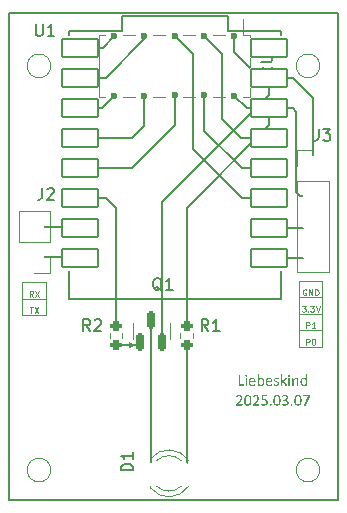
<source format=gbp>
%TF.GenerationSoftware,KiCad,Pcbnew,9.0.0*%
%TF.CreationDate,2025-03-07T16:35:28+08:00*%
%TF.ProjectId,Esp32InfraredController,45737033-3249-46e6-9672-61726564436f,rev?*%
%TF.SameCoordinates,Original*%
%TF.FileFunction,Paste,Bot*%
%TF.FilePolarity,Positive*%
%FSLAX46Y46*%
G04 Gerber Fmt 4.6, Leading zero omitted, Abs format (unit mm)*
G04 Created by KiCad (PCBNEW 9.0.0) date 2025-03-07 16:35:28*
%MOMM*%
%LPD*%
G01*
G04 APERTURE LIST*
G04 Aperture macros list*
%AMRoundRect*
0 Rectangle with rounded corners*
0 $1 Rounding radius*
0 $2 $3 $4 $5 $6 $7 $8 $9 X,Y pos of 4 corners*
0 Add a 4 corners polygon primitive as box body*
4,1,4,$2,$3,$4,$5,$6,$7,$8,$9,$2,$3,0*
0 Add four circle primitives for the rounded corners*
1,1,$1+$1,$2,$3*
1,1,$1+$1,$4,$5*
1,1,$1+$1,$6,$7*
1,1,$1+$1,$8,$9*
0 Add four rect primitives between the rounded corners*
20,1,$1+$1,$2,$3,$4,$5,0*
20,1,$1+$1,$4,$5,$6,$7,0*
20,1,$1+$1,$6,$7,$8,$9,0*
20,1,$1+$1,$8,$9,$2,$3,0*%
G04 Aperture macros list end*
%ADD10R,1.000000X3.000000*%
%TA.AperFunction,ComponentPad*%
%ADD11R,1.700000X1.700000*%
%TD*%
%TA.AperFunction,ComponentPad*%
%ADD12O,1.700000X1.700000*%
%TD*%
%TA.AperFunction,ComponentPad*%
%ADD13R,1.800000X1.800000*%
%TD*%
%TA.AperFunction,ComponentPad*%
%ADD14C,1.800000*%
%TD*%
%TA.AperFunction,SMDPad,CuDef*%
%ADD15R,1.000000X3.000000*%
%TD*%
%TA.AperFunction,ViaPad*%
%ADD16C,0.600000*%
%TD*%
%TA.AperFunction,Conductor*%
%ADD17C,0.200000*%
%TD*%
%ADD18R,1.700000X1.700000*%
%ADD19O,1.700000X1.700000*%
%ADD20R,1.800000X1.800000*%
%ADD21C,1.800000*%
%ADD22C,0.150000*%
%ADD23C,0.120000*%
%TA.AperFunction,SMDPad,CuDef*%
%ADD24RoundRect,0.200000X-0.275000X0.200000X-0.275000X-0.200000X0.275000X-0.200000X0.275000X0.200000X0*%
%TD*%
%TA.AperFunction,SMDPad,CuDef*%
%ADD25R,3.025000X1.524000*%
%TD*%
%TA.AperFunction,SMDPad,CuDef*%
%ADD26RoundRect,0.150000X0.150000X-0.587500X0.150000X0.587500X-0.150000X0.587500X-0.150000X-0.587500X0*%
%TD*%
%ADD27RoundRect,0.200000X-0.275000X0.200000X-0.275000X-0.200000X0.275000X-0.200000X0.275000X0.200000X0*%
%ADD28RoundRect,0.102000X-1.512500X-0.762000X1.512500X-0.762000X1.512500X0.762000X-1.512500X0.762000X0*%
%ADD29RoundRect,0.150000X0.150000X-0.587500X0.150000X0.587500X-0.150000X0.587500X-0.150000X-0.587500X0*%
%ADD30R,3.025000X1.524000*%
%ADD31C,0.062500*%
%ADD32C,0.050000*%
%ADD33C,0.127000*%
%TA.AperFunction,Profile*%
%ADD34C,0.050000*%
%TD*%
%TA.AperFunction,Profile*%
%ADD35C,0.200000*%
%TD*%
G04 APERTURE END LIST*
D10*
%TO.C,J1*%
X122540000Y-47000000D03*
X122540000Y-52040000D03*
X120000000Y-47000000D03*
X120000000Y-52040000D03*
X117460000Y-47000000D03*
X117460000Y-52040000D03*
X114920000Y-47000000D03*
X114920000Y-52040000D03*
X112380000Y-47000000D03*
X112380000Y-52040000D03*
%TD*%
D11*
%TO.P,J3,1,Pin_1*%
%TO.N,GNDREF*%
X129200000Y-57980000D03*
D12*
%TO.P,J3,2,Pin_2*%
%TO.N,/3.3V*%
X129200000Y-60520000D03*
%TO.P,J3,3,Pin_3*%
%TO.N,/GPIO1*%
X129200000Y-63060000D03*
%TO.P,J3,4,Pin_4*%
%TO.N,/GPIO0*%
X129200000Y-65600000D03*
%TD*%
D11*
%TO.P,J2,1,Pin_1*%
%TO.N,Net-(J2-Pin_1)*%
X105600000Y-65675000D03*
D12*
%TO.P,J2,2,Pin_2*%
%TO.N,Net-(J2-Pin_2)*%
X105600000Y-63135000D03*
%TD*%
D13*
%TO.P,D1,1,K*%
%TO.N,Net-(D1-K)*%
X115730000Y-84000000D03*
D14*
%TO.P,D1,2,A*%
%TO.N,Net-(D1-A)*%
X118270000Y-84000000D03*
%TD*%
D15*
%TO.P,J1,1,Pin_1*%
%TO.N,GNDREF*%
X122540000Y-47000000D03*
%TO.P,J1,2,Pin_2*%
%TO.N,/3.3V*%
X122540000Y-52040000D03*
%TO.P,J1,3,Pin_3*%
%TO.N,/GPIO4*%
X120000000Y-47000000D03*
%TO.P,J1,4,Pin_4*%
%TO.N,/GPIO3*%
X120000000Y-52040000D03*
%TO.P,J1,5,Pin_5*%
%TO.N,/GPIO2*%
X117460000Y-47000000D03*
%TO.P,J1,6,Pin_6*%
%TO.N,/GPIO9*%
X117460000Y-52040000D03*
%TO.P,J1,7,Pin_7*%
%TO.N,/GPIO6*%
X114920000Y-47000000D03*
%TO.P,J1,8,Pin_8*%
%TO.N,/GPIO8*%
X114920000Y-52040000D03*
%TO.P,J1,9,Pin_9*%
%TO.N,/GPIO5*%
X112380000Y-47000000D03*
%TO.P,J1,10,Pin_10*%
%TO.N,/GPIO7*%
X112380000Y-52040000D03*
%TD*%
D16*
%TO.N,/GPIO9*%
X117500000Y-52000000D03*
%TO.N,Net-(J2-Pin_2)*%
X109515000Y-63240000D03*
%TO.N,Net-(J2-Pin_1)*%
X109515000Y-65780000D03*
%TO.N,GNDREF*%
X125485000Y-50540000D03*
X116450000Y-72875000D03*
X122540000Y-47000000D03*
%TO.N,/3.3V*%
X118500000Y-71500000D03*
X125485000Y-53080000D03*
X122540000Y-52040000D03*
%TO.N,/GPIO3*%
X120000000Y-52000000D03*
%TO.N,/GPIO4*%
X120000000Y-47000000D03*
%TO.N,/GPIO2*%
X117500000Y-47000000D03*
%TO.N,/GPIO7*%
X112380000Y-52040000D03*
%TO.N,/GPIO8*%
X114920000Y-52040000D03*
%TO.N,/GPIO6*%
X114920000Y-47000000D03*
%TO.N,/GPIO5*%
X112380000Y-47000000D03*
%TO.N,/GPIO1*%
X125485000Y-63240000D03*
%TO.N,/GPIO0*%
X125485000Y-65780000D03*
%TD*%
D17*
%TO.N,Net-(J2-Pin_2)*%
X109410000Y-63135000D02*
X109515000Y-63240000D01*
X105600000Y-63135000D02*
X109410000Y-63135000D01*
%TO.N,Net-(J2-Pin_1)*%
X105000000Y-65535000D02*
X106000000Y-65535000D01*
X109410000Y-65675000D02*
X109515000Y-65780000D01*
X105600000Y-65675000D02*
X109410000Y-65675000D01*
%TO.N,GNDREF*%
X116500000Y-73000000D02*
X116450000Y-72950000D01*
X116450000Y-72950000D02*
X116450000Y-72875000D01*
X127540000Y-50540000D02*
X129200000Y-52200000D01*
X125485000Y-50540000D02*
X127540000Y-50540000D01*
X116450000Y-61050000D02*
X116450000Y-72875000D01*
X125500000Y-52000000D02*
X116450000Y-61050000D01*
X125500000Y-50555000D02*
X125500000Y-52000000D01*
X129200000Y-52200000D02*
X129200000Y-57980000D01*
X125485000Y-50540000D02*
X125500000Y-50555000D01*
%TO.N,/3.3V*%
X118500000Y-61500000D02*
X125485000Y-54515000D01*
X128120000Y-60520000D02*
X127800000Y-60200000D01*
X127480000Y-53080000D02*
X125485000Y-53080000D01*
X118500000Y-61500000D02*
X118500000Y-71500000D01*
X127800000Y-53400000D02*
X127480000Y-53080000D01*
X127800000Y-60200000D02*
X127800000Y-53400000D01*
X129200000Y-60520000D02*
X128120000Y-60520000D01*
X125485000Y-54515000D02*
X125485000Y-53080000D01*
%TO.N,/GPIO1*%
X129020000Y-63240000D02*
X129200000Y-63060000D01*
X125485000Y-63240000D02*
X129020000Y-63240000D01*
%TO.N,/GPIO0*%
X125485000Y-65780000D02*
X129020000Y-65780000D01*
X129020000Y-65780000D02*
X129200000Y-65600000D01*
%TD*%
D18*
%TO.C,J3*%
X129200000Y-57980000D03*
D19*
X129200000Y-60520000D03*
X129200000Y-63060000D03*
X129200000Y-65600000D03*
%TD*%
D18*
%TO.C,J2*%
X105600000Y-65675000D03*
D19*
X105600000Y-63135000D03*
%TD*%
D20*
%TO.C,D1*%
X115730000Y-84000000D03*
D21*
X118270000Y-84000000D03*
%TD*%
D10*
%TO.C,J1*%
X122540000Y-47000000D03*
X122540000Y-52040000D03*
X120000000Y-47000000D03*
X120000000Y-52040000D03*
X117460000Y-47000000D03*
X117460000Y-52040000D03*
X114920000Y-47000000D03*
X114920000Y-52040000D03*
X112380000Y-47000000D03*
X112380000Y-52040000D03*
%TD*%
D22*
X124764819Y-49186666D02*
X125479104Y-49186666D01*
X125479104Y-49186666D02*
X125621961Y-49139047D01*
X125621961Y-49139047D02*
X125717200Y-49043809D01*
X125717200Y-49043809D02*
X125764819Y-48900952D01*
X125764819Y-48900952D02*
X125764819Y-48805714D01*
X125764819Y-50186666D02*
X125764819Y-49615238D01*
X125764819Y-49900952D02*
X124764819Y-49900952D01*
X124764819Y-49900952D02*
X124907676Y-49805714D01*
X124907676Y-49805714D02*
X125002914Y-49710476D01*
X125002914Y-49710476D02*
X125050533Y-49615238D01*
D23*
%TO.C,J1*%
X111050000Y-52120000D02*
X111050000Y-46920000D01*
X111620000Y-46920000D02*
X111050000Y-46920000D01*
X111620000Y-52120000D02*
X111050000Y-52120000D01*
X114160000Y-46920000D02*
X113140000Y-46920000D01*
X114160000Y-52120000D02*
X113140000Y-52120000D01*
X116700000Y-46920000D02*
X115680000Y-46920000D01*
X116700000Y-52120000D02*
X115680000Y-52120000D01*
X119240000Y-46920000D02*
X118220000Y-46920000D01*
X119240000Y-52120000D02*
X118220000Y-52120000D01*
X121780000Y-46920000D02*
X120760000Y-46920000D01*
X121780000Y-52120000D02*
X120760000Y-52120000D01*
X123300000Y-46920000D02*
X123300000Y-45560000D01*
X123870000Y-46920000D02*
X123300000Y-46920000D01*
X123870000Y-52120000D02*
X123300000Y-52120000D01*
X123870000Y-52120000D02*
X123870000Y-46920000D01*
%TD*%
%LPC*%
D18*
%TO.C,J3*%
X129200000Y-57980000D03*
D19*
X129200000Y-60520000D03*
X129200000Y-63060000D03*
X129200000Y-65600000D03*
%TD*%
D18*
%TO.C,J2*%
X105600000Y-65675000D03*
D19*
X105600000Y-63135000D03*
%TD*%
D20*
%TO.C,D1*%
X115730000Y-84000000D03*
D21*
X118270000Y-84000000D03*
%TD*%
D10*
%TO.C,J1*%
X122540000Y-47000000D03*
X122540000Y-52040000D03*
X120000000Y-47000000D03*
X120000000Y-52040000D03*
X117460000Y-47000000D03*
X117460000Y-52040000D03*
X114920000Y-47000000D03*
X114920000Y-52040000D03*
X112380000Y-47000000D03*
X112380000Y-52040000D03*
%TD*%
%LPD*%
D11*
%TO.P,J3,1,Pin_1*%
%TO.N,GNDREF*%
X129200000Y-57980000D03*
D12*
%TO.P,J3,2,Pin_2*%
%TO.N,/3.3V*%
X129200000Y-60520000D03*
%TO.P,J3,3,Pin_3*%
%TO.N,/GPIO1*%
X129200000Y-63060000D03*
%TO.P,J3,4,Pin_4*%
%TO.N,/GPIO0*%
X129200000Y-65600000D03*
%TD*%
D11*
%TO.P,J2,1,Pin_1*%
%TO.N,Net-(J2-Pin_1)*%
X105600000Y-65675000D03*
D12*
%TO.P,J2,2,Pin_2*%
%TO.N,Net-(J2-Pin_2)*%
X105600000Y-63135000D03*
%TD*%
D24*
%TO.P,R1,1*%
%TO.N,/3.3V*%
X118500000Y-71500000D03*
%TO.P,R1,2*%
%TO.N,Net-(D1-A)*%
X118500000Y-73150000D03*
%TD*%
D13*
%TO.P,D1,1,K*%
%TO.N,Net-(D1-K)*%
X115730000Y-84000000D03*
D14*
%TO.P,D1,2,A*%
%TO.N,Net-(D1-A)*%
X118270000Y-84000000D03*
%TD*%
D24*
%TO.P,R2,1*%
%TO.N,/GPIO10*%
X112500000Y-71500000D03*
%TO.P,R2,2*%
%TO.N,Net-(Q1-B)*%
X112500000Y-73150000D03*
%TD*%
D25*
%TO.P,U1,0,GPIO0*%
%TO.N,/GPIO0*%
X125485000Y-65780000D03*
%TO.P,U1,1,GPIO1*%
%TO.N,/GPIO1*%
X125485000Y-63240000D03*
%TO.P,U1,2,GPIO2*%
%TO.N,/GPIO2*%
X125485000Y-60700000D03*
%TO.P,U1,3,GPIO3*%
%TO.N,/GPIO3*%
X125485000Y-58160000D03*
%TO.P,U1,3.3,3V3*%
%TO.N,/3.3V*%
X125485000Y-53080000D03*
%TO.P,U1,4,GPIO4*%
%TO.N,/GPIO4*%
X125485000Y-55620000D03*
%TO.P,U1,5,GPIO5*%
%TO.N,/GPIO5*%
X109515000Y-48000000D03*
%TO.P,U1,5V,5V*%
%TO.N,unconnected-(U1-Pad5V)*%
X125485000Y-48000000D03*
%TO.P,U1,6,GPIO6*%
%TO.N,/GPIO6*%
X109515000Y-50540000D03*
%TO.P,U1,7,GPIO7*%
%TO.N,/GPIO7*%
X109515000Y-53080000D03*
%TO.P,U1,8,GPIO8*%
%TO.N,/GPIO8*%
X109515000Y-55620000D03*
%TO.P,U1,9,GPIO9*%
%TO.N,/GPIO9*%
X109515000Y-58160000D03*
%TO.P,U1,10,GPIO10*%
%TO.N,/GPIO10*%
X109515000Y-60700000D03*
%TO.P,U1,20,GPIO20*%
%TO.N,Net-(J2-Pin_2)*%
X109515000Y-63240000D03*
%TO.P,U1,21,GPIO21*%
%TO.N,Net-(J2-Pin_1)*%
X109515000Y-65780000D03*
%TO.P,U1,G,GND*%
%TO.N,GNDREF*%
X125485000Y-50540000D03*
%TD*%
D26*
%TO.P,Q1,1,B*%
%TO.N,Net-(Q1-B)*%
X114550000Y-72875000D03*
%TO.P,Q1,2,E*%
%TO.N,GNDREF*%
X116450000Y-72875000D03*
%TO.P,Q1,3,C*%
%TO.N,Net-(D1-K)*%
X115500000Y-71000000D03*
%TD*%
D16*
%TO.N,/GPIO9*%
X117500000Y-52000000D03*
%TO.N,Net-(J2-Pin_2)*%
X109515000Y-63240000D03*
%TO.N,Net-(J2-Pin_1)*%
X109515000Y-65780000D03*
%TO.N,GNDREF*%
X125485000Y-50540000D03*
X116450000Y-72875000D03*
X122540000Y-47000000D03*
%TO.N,/3.3V*%
X118500000Y-71500000D03*
X125485000Y-53080000D03*
X122540000Y-52040000D03*
%TO.N,/GPIO3*%
X120000000Y-52000000D03*
%TO.N,/GPIO4*%
X120000000Y-47000000D03*
%TO.N,/GPIO2*%
X117500000Y-47000000D03*
%TO.N,/GPIO7*%
X112380000Y-52040000D03*
%TO.N,/GPIO8*%
X114920000Y-52040000D03*
%TO.N,/GPIO6*%
X114920000Y-47000000D03*
%TO.N,/GPIO5*%
X112380000Y-47000000D03*
%TO.N,/GPIO1*%
X125485000Y-63240000D03*
%TO.N,/GPIO0*%
X125485000Y-65780000D03*
%TD*%
D17*
%TO.N,Net-(D1-A)*%
X118500000Y-73150000D02*
X118500000Y-83770000D01*
X118500000Y-83770000D02*
X118270000Y-84000000D01*
%TO.N,/GPIO9*%
X117500000Y-54500000D02*
X117500000Y-52000000D01*
X109515000Y-58160000D02*
X113840000Y-58160000D01*
X113840000Y-58160000D02*
X117500000Y-54500000D01*
%TO.N,Net-(J2-Pin_2)*%
X109515000Y-63240000D02*
X109337500Y-63062500D01*
X109275000Y-63000000D02*
X109337500Y-63062500D01*
%TO.N,Net-(Q1-B)*%
X114275000Y-73150000D02*
X114550000Y-72875000D01*
X112500000Y-73150000D02*
X114275000Y-73150000D01*
%TO.N,Net-(J2-Pin_1)*%
X109515000Y-65780000D02*
X109580000Y-65780000D01*
X109580000Y-65780000D02*
X109600000Y-65800000D01*
%TO.N,GNDREF*%
X122540000Y-48345500D02*
X122540000Y-47000000D01*
X124734500Y-50540000D02*
X122540000Y-48345500D01*
X125485000Y-50540000D02*
X124734500Y-50540000D01*
%TO.N,Net-(D1-K)*%
X115500000Y-83770000D02*
X115730000Y-84000000D01*
X115500000Y-71000000D02*
X115500000Y-83770000D01*
%TO.N,/GPIO10*%
X111700000Y-60700000D02*
X109515000Y-60700000D01*
X112500000Y-71500000D02*
X112500000Y-61500000D01*
X112500000Y-61500000D02*
X111700000Y-60700000D01*
%TO.N,/3.3V*%
X125485000Y-53080000D02*
X123580000Y-53080000D01*
X123580000Y-53080000D02*
X122540000Y-52040000D01*
%TO.N,/GPIO3*%
X120000000Y-55000000D02*
X120000000Y-52000000D01*
X123160000Y-58160000D02*
X120000000Y-55000000D01*
X125485000Y-58160000D02*
X123160000Y-58160000D01*
%TO.N,/GPIO4*%
X121500000Y-48500000D02*
X120000000Y-47000000D01*
X121500000Y-54000000D02*
X121500000Y-48500000D01*
X123120000Y-55620000D02*
X121500000Y-54000000D01*
X125485000Y-55620000D02*
X123120000Y-55620000D01*
%TO.N,/GPIO2*%
X119000000Y-48500000D02*
X117500000Y-47000000D01*
X119000000Y-56500000D02*
X119000000Y-48500000D01*
X123200000Y-60700000D02*
X119000000Y-56500000D01*
X125485000Y-60700000D02*
X123200000Y-60700000D01*
%TO.N,/GPIO7*%
X109515000Y-53080000D02*
X111340000Y-53080000D01*
X111340000Y-53080000D02*
X112380000Y-52040000D01*
%TO.N,/GPIO8*%
X113880000Y-55620000D02*
X114920000Y-54580000D01*
X109515000Y-55620000D02*
X113880000Y-55620000D01*
X114920000Y-54580000D02*
X114920000Y-52040000D01*
%TO.N,/GPIO6*%
X109515000Y-50515000D02*
X109500000Y-50500000D01*
X111655833Y-50500000D02*
X114920000Y-47235833D01*
X114920000Y-47235833D02*
X114920000Y-47000000D01*
X109500000Y-50500000D02*
X111655833Y-50500000D01*
X109515000Y-50540000D02*
X109515000Y-50515000D01*
%TO.N,/GPIO5*%
X109515000Y-48000000D02*
X111380000Y-48000000D01*
X111380000Y-48000000D02*
X112380000Y-47000000D01*
%TO.N,/GPIO1*%
X125725000Y-63000000D02*
X125485000Y-63240000D01*
%TD*%
D18*
%TO.C,J3*%
X129200000Y-57980000D03*
D19*
X129200000Y-60520000D03*
X129200000Y-63060000D03*
X129200000Y-65600000D03*
%TD*%
D18*
%TO.C,J2*%
X105600000Y-65675000D03*
D19*
X105600000Y-63135000D03*
%TD*%
D27*
%TO.C,R1*%
X118500000Y-71500000D03*
X118500000Y-73150000D03*
%TD*%
D20*
%TO.C,D1*%
X115730000Y-84000000D03*
D21*
X118270000Y-84000000D03*
%TD*%
D27*
%TO.C,R2*%
X112500000Y-71500000D03*
X112500000Y-73150000D03*
%TD*%
D28*
%TO.C,U1*%
X125485000Y-65780000D03*
X125485000Y-63240000D03*
X125485000Y-60700000D03*
X125485000Y-58160000D03*
X125485000Y-53080000D03*
X125485000Y-55620000D03*
X109515000Y-48000000D03*
X125485000Y-48000000D03*
X109515000Y-50540000D03*
X109515000Y-53080000D03*
X109515000Y-55620000D03*
X109515000Y-58160000D03*
X109515000Y-60700000D03*
X109515000Y-63240000D03*
X109515000Y-65780000D03*
X125485000Y-50540000D03*
%TD*%
D29*
%TO.C,Q1*%
X114550000Y-72875000D03*
X116450000Y-72875000D03*
X115500000Y-71000000D03*
%TD*%
D27*
%TO.C,R1*%
X118500000Y-71500000D03*
X118500000Y-73150000D03*
%TD*%
%TO.C,R2*%
X112500000Y-71500000D03*
X112500000Y-73150000D03*
%TD*%
D30*
%TO.C,U1*%
X125485000Y-65780000D03*
X125485000Y-63240000D03*
X125485000Y-60700000D03*
X125485000Y-58160000D03*
X125485000Y-53080000D03*
X125485000Y-55620000D03*
X109515000Y-48000000D03*
X125485000Y-48000000D03*
X109515000Y-50540000D03*
X109515000Y-53080000D03*
X109515000Y-55620000D03*
X109515000Y-58160000D03*
X109515000Y-60700000D03*
X109515000Y-63240000D03*
X109515000Y-65780000D03*
X125485000Y-50540000D03*
%TD*%
D29*
%TO.C,Q1*%
X114550000Y-72875000D03*
X116450000Y-72875000D03*
X115500000Y-71000000D03*
%TD*%
D22*
G36*
X123371188Y-76523831D02*
G01*
X123369784Y-76546728D01*
X123365387Y-76562360D01*
X123357877Y-76571946D01*
X123347313Y-76575000D01*
X122956525Y-76575000D01*
X122941457Y-76572434D01*
X122926788Y-76564436D01*
X122916711Y-76550904D01*
X122912805Y-76527250D01*
X122912805Y-75709769D01*
X122915553Y-75700183D01*
X122925140Y-75693710D01*
X122943580Y-75689619D01*
X122971546Y-75687909D01*
X122999878Y-75689619D01*
X123018013Y-75693710D01*
X123027599Y-75700183D01*
X123030347Y-75709769D01*
X123030347Y-76473394D01*
X123347313Y-76473394D01*
X123357877Y-76476509D01*
X123365387Y-76485362D01*
X123369784Y-76500689D01*
X123371188Y-76523831D01*
G37*
G36*
X123600715Y-76557780D02*
G01*
X123597968Y-76567001D01*
X123589053Y-76573473D01*
X123572017Y-76577503D01*
X123543990Y-76578907D01*
X123516696Y-76577503D01*
X123499232Y-76573473D01*
X123490379Y-76567001D01*
X123487997Y-76557780D01*
X123487997Y-75943510D01*
X123490379Y-75934656D01*
X123499232Y-75927878D01*
X123516696Y-75923787D01*
X123543990Y-75922383D01*
X123572017Y-75923787D01*
X123589053Y-75927878D01*
X123597968Y-75934656D01*
X123600715Y-75943510D01*
X123600715Y-76557780D01*
G37*
G36*
X123613660Y-75737063D02*
G01*
X123609217Y-75772577D01*
X123598639Y-75790858D01*
X123579739Y-75800901D01*
X123543318Y-75805146D01*
X123507498Y-75801004D01*
X123488974Y-75791224D01*
X123478661Y-75773319D01*
X123474320Y-75738407D01*
X123478763Y-75702893D01*
X123489341Y-75684612D01*
X123508241Y-75674569D01*
X123544662Y-75670324D01*
X123580464Y-75674485D01*
X123598945Y-75684307D01*
X123609300Y-75702168D01*
X123613660Y-75737063D01*
G37*
G36*
X124131589Y-75916835D02*
G01*
X124185799Y-75933801D01*
X124232654Y-75961304D01*
X124269513Y-75996144D01*
X124297736Y-76038276D01*
X124317690Y-76088040D01*
X124329148Y-76141998D01*
X124333077Y-76200758D01*
X124333077Y-76221153D01*
X124329345Y-76244941D01*
X124319705Y-76258949D01*
X124305420Y-76267391D01*
X124289358Y-76270184D01*
X123886296Y-76270184D01*
X123888990Y-76320296D01*
X123896554Y-76362936D01*
X123910452Y-76401722D01*
X123930687Y-76433705D01*
X123957873Y-76459588D01*
X123992847Y-76479073D01*
X124033643Y-76490632D01*
X124086453Y-76494888D01*
X124128930Y-76492978D01*
X124164306Y-76487683D01*
X124223412Y-76471441D01*
X124264384Y-76455259D01*
X124288686Y-76447993D01*
X124297174Y-76450436D01*
X124302975Y-76457641D01*
X124306089Y-76470952D01*
X124307127Y-76491835D01*
X124306394Y-76507283D01*
X124304684Y-76518946D01*
X124301265Y-76528227D01*
X124295098Y-76536104D01*
X124272933Y-76548438D01*
X124225122Y-76565352D01*
X124157162Y-76580129D01*
X124074852Y-76586723D01*
X124001852Y-76581124D01*
X123941984Y-76565535D01*
X123889095Y-76538971D01*
X123845996Y-76502643D01*
X123812347Y-76456579D01*
X123787195Y-76398046D01*
X123772662Y-76332242D01*
X123767411Y-76251744D01*
X123771918Y-76187142D01*
X123886296Y-76187142D01*
X124219688Y-76187142D01*
X124215719Y-76129685D01*
X124202234Y-76084457D01*
X124180365Y-76048778D01*
X124149528Y-76021612D01*
X124109613Y-76004698D01*
X124057755Y-75998586D01*
X124017882Y-76002663D01*
X123984665Y-76014218D01*
X123955621Y-76032465D01*
X123932031Y-76055556D01*
X123913435Y-76083144D01*
X123899241Y-76115579D01*
X123890229Y-76150461D01*
X123886296Y-76187142D01*
X123771918Y-76187142D01*
X123772771Y-76174918D01*
X123787927Y-76109289D01*
X123813426Y-76049985D01*
X123847034Y-76001945D01*
X123889555Y-75963004D01*
X123940274Y-75934228D01*
X123997199Y-75916738D01*
X124062517Y-75910659D01*
X124131589Y-75916835D01*
G37*
G36*
X124589044Y-75622880D02*
G01*
X124606080Y-75626971D01*
X124614995Y-75633810D01*
X124617743Y-75643335D01*
X124617743Y-76011837D01*
X124670621Y-75964698D01*
X124720874Y-75933557D01*
X124770028Y-75916154D01*
X124821991Y-75910659D01*
X124885533Y-75917683D01*
X124936357Y-75937342D01*
X124979466Y-75968571D01*
X125013538Y-76008784D01*
X125038888Y-76056492D01*
X125056952Y-76113686D01*
X125067141Y-76174898D01*
X125070630Y-76240814D01*
X125066051Y-76318520D01*
X125053166Y-76384734D01*
X125031141Y-76445058D01*
X125001937Y-76493789D01*
X124964163Y-76533690D01*
X124918955Y-76562787D01*
X124867255Y-76580513D01*
X124806237Y-76586723D01*
X124751954Y-76580922D01*
X124703105Y-76562116D01*
X124655295Y-76529326D01*
X124604737Y-76481454D01*
X124604737Y-76557475D01*
X124601989Y-76567184D01*
X124593135Y-76573717D01*
X124577748Y-76577503D01*
X124554178Y-76578907D01*
X124530914Y-76577503D01*
X124515222Y-76573778D01*
X124507039Y-76567306D01*
X124505024Y-76557719D01*
X124505024Y-76128035D01*
X124617743Y-76128035D01*
X124617743Y-76373438D01*
X124665187Y-76425571D01*
X124706525Y-76460205D01*
X124750431Y-76482785D01*
X124794635Y-76490003D01*
X124834623Y-76484675D01*
X124867053Y-76469487D01*
X124894100Y-76445789D01*
X124915902Y-76415020D01*
X124931958Y-76379561D01*
X124943196Y-76339061D01*
X124949606Y-76296699D01*
X124951745Y-76253820D01*
X124944539Y-76162107D01*
X124934493Y-76119401D01*
X124919627Y-76083400D01*
X124898808Y-76052259D01*
X124872549Y-76028262D01*
X124840487Y-76012859D01*
X124799459Y-76007379D01*
X124756411Y-76013546D01*
X124713364Y-76034124D01*
X124667934Y-76071188D01*
X124617743Y-76128035D01*
X124505024Y-76128035D01*
X124505024Y-75643396D01*
X124507406Y-75633810D01*
X124516260Y-75626971D01*
X124533723Y-75622880D01*
X124561017Y-75621475D01*
X124589044Y-75622880D01*
G37*
G36*
X125562852Y-75916835D02*
G01*
X125617062Y-75933801D01*
X125663917Y-75961304D01*
X125700776Y-75996144D01*
X125728999Y-76038276D01*
X125748953Y-76088040D01*
X125760411Y-76141998D01*
X125764341Y-76200758D01*
X125764341Y-76221153D01*
X125760608Y-76244941D01*
X125750968Y-76258949D01*
X125736683Y-76267391D01*
X125720621Y-76270184D01*
X125317559Y-76270184D01*
X125320253Y-76320296D01*
X125327818Y-76362936D01*
X125341715Y-76401722D01*
X125361950Y-76433705D01*
X125389136Y-76459588D01*
X125424110Y-76479073D01*
X125464906Y-76490632D01*
X125517716Y-76494888D01*
X125560193Y-76492978D01*
X125595569Y-76487683D01*
X125654676Y-76471441D01*
X125695647Y-76455259D01*
X125719949Y-76447993D01*
X125728437Y-76450436D01*
X125734238Y-76457641D01*
X125737352Y-76470952D01*
X125738390Y-76491835D01*
X125737657Y-76507283D01*
X125735947Y-76518946D01*
X125732528Y-76528227D01*
X125726361Y-76536104D01*
X125704196Y-76548438D01*
X125656385Y-76565352D01*
X125588425Y-76580129D01*
X125506115Y-76586723D01*
X125433115Y-76581124D01*
X125373247Y-76565535D01*
X125320358Y-76538971D01*
X125277259Y-76502643D01*
X125243610Y-76456579D01*
X125218458Y-76398046D01*
X125203925Y-76332242D01*
X125198674Y-76251744D01*
X125203181Y-76187142D01*
X125317559Y-76187142D01*
X125650951Y-76187142D01*
X125646982Y-76129685D01*
X125633497Y-76084457D01*
X125611628Y-76048778D01*
X125580791Y-76021612D01*
X125540876Y-76004698D01*
X125489018Y-75998586D01*
X125449145Y-76002663D01*
X125415928Y-76014218D01*
X125386884Y-76032465D01*
X125363294Y-76055556D01*
X125344698Y-76083144D01*
X125330504Y-76115579D01*
X125321492Y-76150461D01*
X125317559Y-76187142D01*
X125203181Y-76187142D01*
X125204034Y-76174918D01*
X125219191Y-76109289D01*
X125244689Y-76049985D01*
X125278297Y-76001945D01*
X125320818Y-75963004D01*
X125371537Y-75934228D01*
X125428462Y-75916738D01*
X125493781Y-75910659D01*
X125562852Y-75916835D01*
G37*
G36*
X126322252Y-76389131D02*
G01*
X126317729Y-76434519D01*
X126304789Y-76473272D01*
X126283717Y-76507256D01*
X126255269Y-76535493D01*
X126220666Y-76557411D01*
X126178760Y-76573778D01*
X126133008Y-76583371D01*
X126081062Y-76586723D01*
X126018536Y-76581594D01*
X125965291Y-76568649D01*
X125925297Y-76552285D01*
X125901422Y-76536898D01*
X125890492Y-76517847D01*
X125887073Y-76484508D01*
X125888416Y-76462709D01*
X125891835Y-76448421D01*
X125897636Y-76440605D01*
X125906185Y-76438224D01*
X125928411Y-76447444D01*
X125964620Y-76467533D01*
X126015483Y-76487683D01*
X126046179Y-76494424D01*
X126083139Y-76496842D01*
X126135040Y-76490675D01*
X126157105Y-76482880D01*
X126175340Y-76472479D01*
X126190486Y-76458811D01*
X126201657Y-76441948D01*
X126208451Y-76422292D01*
X126210878Y-76398046D01*
X126207417Y-76373709D01*
X126197566Y-76354326D01*
X126182437Y-76337836D01*
X126162395Y-76322880D01*
X126113180Y-76298639D01*
X126056821Y-76276413D01*
X126000157Y-76250095D01*
X125973861Y-76233700D01*
X125950637Y-76214192D01*
X125931024Y-76191137D01*
X125915405Y-76163633D01*
X125905627Y-76132374D01*
X125902094Y-76093169D01*
X125905595Y-76057697D01*
X125916076Y-76023804D01*
X125933500Y-75992849D01*
X125958086Y-75965736D01*
X125988853Y-75943684D01*
X126028123Y-75925741D01*
X126072216Y-75914653D01*
X126126186Y-75910659D01*
X126175340Y-75914933D01*
X126219731Y-75925680D01*
X126253559Y-75939602D01*
X126274747Y-75952852D01*
X126284334Y-75962622D01*
X126287692Y-75971842D01*
X126289768Y-75984542D01*
X126290806Y-76002983D01*
X126289768Y-76023133D01*
X126286349Y-76037177D01*
X126280548Y-76045054D01*
X126273037Y-76047435D01*
X126255269Y-76039680D01*
X126225227Y-76023011D01*
X126181813Y-76006402D01*
X126155853Y-76000645D01*
X126124782Y-75998586D01*
X126097096Y-76000301D01*
X126074285Y-76005059D01*
X126053895Y-76013140D01*
X126038381Y-76023438D01*
X126026061Y-76036456D01*
X126017193Y-76051648D01*
X126010049Y-76087002D01*
X126013595Y-76112010D01*
X126023665Y-76131821D01*
X126039106Y-76148542D01*
X126059203Y-76163572D01*
X126109089Y-76188180D01*
X126166120Y-76210772D01*
X126223517Y-76236723D01*
X126250406Y-76252736D01*
X126273709Y-76271589D01*
X126293317Y-76293990D01*
X126308880Y-76320804D01*
X126318716Y-76351264D01*
X126322252Y-76389131D01*
G37*
G36*
X126988180Y-76557048D02*
G01*
X126985433Y-76566634D01*
X126976212Y-76573473D01*
X126958139Y-76577503D01*
X126928768Y-76578907D01*
X126898360Y-76577869D01*
X126878210Y-76574450D01*
X126864899Y-76567672D01*
X126855679Y-76557048D01*
X126596110Y-76217184D01*
X126596110Y-76557780D01*
X126593362Y-76567001D01*
X126584447Y-76573473D01*
X126567411Y-76577503D01*
X126539384Y-76578907D01*
X126512090Y-76577503D01*
X126494627Y-76573473D01*
X126485773Y-76566939D01*
X126483391Y-76557719D01*
X126483391Y-75643396D01*
X126485773Y-75633810D01*
X126494627Y-75626971D01*
X126512090Y-75622880D01*
X126539384Y-75621475D01*
X126567411Y-75622880D01*
X126584447Y-75626971D01*
X126593362Y-75633810D01*
X126596110Y-75643396D01*
X126596110Y-76201491D01*
X126828323Y-75946257D01*
X126839925Y-75935022D01*
X126854641Y-75927512D01*
X126874791Y-75923421D01*
X126902818Y-75922383D01*
X126931516Y-75923421D01*
X126950262Y-75926840D01*
X126960520Y-75933007D01*
X126963634Y-75942838D01*
X126959177Y-75959263D01*
X126944461Y-75978314D01*
X126721773Y-76200819D01*
X126971816Y-76524991D01*
X126984395Y-76543797D01*
X126988180Y-76557048D01*
G37*
G36*
X127232118Y-76557780D02*
G01*
X127229370Y-76567001D01*
X127220455Y-76573473D01*
X127203419Y-76577503D01*
X127175393Y-76578907D01*
X127148098Y-76577503D01*
X127130635Y-76573473D01*
X127121781Y-76567001D01*
X127119400Y-76557780D01*
X127119400Y-75943510D01*
X127121781Y-75934656D01*
X127130635Y-75927878D01*
X127148098Y-75923787D01*
X127175393Y-75922383D01*
X127203419Y-75923787D01*
X127220455Y-75927878D01*
X127229370Y-75934656D01*
X127232118Y-75943510D01*
X127232118Y-76557780D01*
G37*
G36*
X127245063Y-75737063D02*
G01*
X127240620Y-75772577D01*
X127230042Y-75790858D01*
X127211142Y-75800901D01*
X127174721Y-75805146D01*
X127138901Y-75801004D01*
X127120377Y-75791224D01*
X127110064Y-75773319D01*
X127105722Y-75738407D01*
X127110166Y-75702893D01*
X127120743Y-75684612D01*
X127139643Y-75674569D01*
X127176064Y-75670324D01*
X127211867Y-75674485D01*
X127230347Y-75684307D01*
X127240703Y-75702168D01*
X127245063Y-75737063D01*
G37*
G36*
X127969243Y-76557658D02*
G01*
X127966495Y-76566939D01*
X127957641Y-76573412D01*
X127940544Y-76577503D01*
X127913250Y-76578907D01*
X127885223Y-76577503D01*
X127868126Y-76573412D01*
X127859273Y-76566939D01*
X127856525Y-76557658D01*
X127856525Y-76196728D01*
X127854223Y-76146551D01*
X127848343Y-76111793D01*
X127838016Y-76081263D01*
X127824407Y-76056350D01*
X127806371Y-76035752D01*
X127783740Y-76020690D01*
X127757453Y-76011568D01*
X127726038Y-76008356D01*
X127684821Y-76015506D01*
X127641347Y-76038520D01*
X127600076Y-76073571D01*
X127552565Y-76126875D01*
X127552565Y-76557658D01*
X127549817Y-76566939D01*
X127540902Y-76573412D01*
X127523866Y-76577503D01*
X127495839Y-76578907D01*
X127468545Y-76577503D01*
X127451082Y-76573473D01*
X127442228Y-76567001D01*
X127439846Y-76557780D01*
X127439846Y-75943510D01*
X127441861Y-75934351D01*
X127450044Y-75927512D01*
X127465736Y-75923421D01*
X127491076Y-75922383D01*
X127515989Y-75923421D01*
X127531315Y-75927512D01*
X127539192Y-75934351D01*
X127541635Y-75943571D01*
X127541635Y-76024781D01*
X127595455Y-75971864D01*
X127645072Y-75938136D01*
X127697603Y-75917351D01*
X127749302Y-75910659D01*
X127807711Y-75916248D01*
X127852800Y-75931542D01*
X127891109Y-75956194D01*
X127920761Y-75987351D01*
X127942797Y-76024754D01*
X127957947Y-76069173D01*
X127966183Y-76118473D01*
X127969243Y-76181769D01*
X127969243Y-76557658D01*
G37*
G36*
X128671807Y-75627093D02*
G01*
X128688904Y-75631184D01*
X128698125Y-75638023D01*
X128701178Y-75647243D01*
X128701178Y-76557719D01*
X128698796Y-76567306D01*
X128690614Y-76573778D01*
X128675227Y-76577503D01*
X128652024Y-76578907D01*
X128628088Y-76577503D01*
X128612395Y-76573778D01*
X128603480Y-76567184D01*
X128600794Y-76557475D01*
X128600794Y-76475287D01*
X128550191Y-76523036D01*
X128499983Y-76557353D01*
X128445548Y-76579314D01*
X128385616Y-76586723D01*
X128321355Y-76579781D01*
X128270150Y-76560406D01*
X128226784Y-76529411D01*
X128192603Y-76489331D01*
X128167311Y-76441534D01*
X128149250Y-76384063D01*
X128139056Y-76322531D01*
X128135572Y-76256568D01*
X128136303Y-76243928D01*
X128252381Y-76243928D01*
X128259525Y-76334848D01*
X128269600Y-76377500D01*
X128284499Y-76413799D01*
X128305383Y-76445146D01*
X128331638Y-76469181D01*
X128363782Y-76484516D01*
X128405400Y-76490003D01*
X128448753Y-76483897D01*
X128491495Y-76463442D01*
X128537230Y-76426256D01*
X128587788Y-76370019D01*
X128587788Y-76123944D01*
X128540829Y-76071892D01*
X128499311Y-76037238D01*
X128455043Y-76014631D01*
X128410162Y-76007379D01*
X128369634Y-76012725D01*
X128337073Y-76027896D01*
X128310004Y-76051482D01*
X128288224Y-76081934D01*
X128272230Y-76117064D01*
X128260930Y-76157772D01*
X128254525Y-76200434D01*
X128252381Y-76243928D01*
X128136303Y-76243928D01*
X128140032Y-76179445D01*
X128152608Y-76113381D01*
X128174316Y-76053037D01*
X128203166Y-76004326D01*
X128240787Y-75964341D01*
X128286209Y-75934961D01*
X128338415Y-75916984D01*
X128400637Y-75910659D01*
X128452691Y-75916662D01*
X128499311Y-75934289D01*
X128542534Y-75962421D01*
X128587788Y-76003654D01*
X128587788Y-75647182D01*
X128590169Y-75638023D01*
X128599389Y-75631184D01*
X128616792Y-75627093D01*
X128643842Y-75625383D01*
X128671807Y-75627093D01*
G37*
G36*
X123241373Y-78204502D02*
G01*
X123239663Y-78226362D01*
X123234901Y-78242360D01*
X123226719Y-78251946D01*
X123215422Y-78255000D01*
X122726998Y-78255000D01*
X122710267Y-78252618D01*
X122697994Y-78244802D01*
X122690422Y-78229049D01*
X122688041Y-78203770D01*
X122689079Y-78179895D01*
X122693536Y-78161821D01*
X122702085Y-78146067D01*
X122715396Y-78129337D01*
X122886855Y-77946460D01*
X122942464Y-77884338D01*
X122982109Y-77833681D01*
X123015006Y-77784195D01*
X123037491Y-77742761D01*
X123054110Y-77702204D01*
X123063076Y-77668267D01*
X123069243Y-77605375D01*
X123066817Y-77576432D01*
X123059656Y-77549382D01*
X123047907Y-77524456D01*
X123031996Y-77503037D01*
X123011878Y-77485339D01*
X122986567Y-77471407D01*
X122957920Y-77462794D01*
X122923735Y-77459745D01*
X122883406Y-77462724D01*
X122848936Y-77471163D01*
X122790867Y-77495893D01*
X122749224Y-77520683D01*
X122724250Y-77532041D01*
X122715701Y-77529354D01*
X122709595Y-77520561D01*
X122705810Y-77504319D01*
X122704466Y-77479956D01*
X122705138Y-77462370D01*
X122707519Y-77449548D01*
X122711977Y-77439412D01*
X122722907Y-77427566D01*
X122751239Y-77408271D01*
X122801797Y-77384274D01*
X122868720Y-77364307D01*
X122905884Y-77358252D01*
X122945595Y-77356186D01*
X123007393Y-77360981D01*
X123057947Y-77374321D01*
X123102712Y-77396232D01*
X123137875Y-77423963D01*
X123165668Y-77458051D01*
X123185380Y-77497236D01*
X123197094Y-77540012D01*
X123201073Y-77586202D01*
X123193563Y-77670710D01*
X123182374Y-77712989D01*
X123161811Y-77761629D01*
X123133665Y-77810971D01*
X123091774Y-77870439D01*
X123041333Y-77931608D01*
X122970202Y-78008253D01*
X122830129Y-78155348D01*
X123214751Y-78155348D01*
X123225314Y-78158463D01*
X123234168Y-78167683D01*
X123239663Y-78183009D01*
X123241373Y-78204502D01*
G37*
G36*
X123738304Y-77359814D02*
G01*
X123784836Y-77369981D01*
X123823953Y-77385922D01*
X123859336Y-77408728D01*
X123889820Y-77437688D01*
X123915789Y-77473422D01*
X123944838Y-77535684D01*
X123965309Y-77615633D01*
X123976104Y-77703136D01*
X123980025Y-77809378D01*
X123975825Y-77908941D01*
X123963966Y-77995369D01*
X123942028Y-78075250D01*
X123910721Y-78139961D01*
X123883110Y-78177497D01*
X123850774Y-78208517D01*
X123813329Y-78233567D01*
X123772006Y-78251392D01*
X123723113Y-78262701D01*
X123665134Y-78266723D01*
X123610193Y-78263105D01*
X123563868Y-78252947D01*
X123524756Y-78236987D01*
X123489369Y-78214183D01*
X123458865Y-78185223D01*
X123432859Y-78149487D01*
X123403840Y-78087239D01*
X123383339Y-78007337D01*
X123372589Y-77919782D01*
X123368685Y-77813531D01*
X123369040Y-77805287D01*
X123488913Y-77805287D01*
X123491696Y-77900662D01*
X123499110Y-77973693D01*
X123513117Y-78039254D01*
X123531534Y-78086716D01*
X123557578Y-78125254D01*
X123588259Y-78150219D01*
X123625311Y-78164787D01*
X123671973Y-78170003D01*
X123708711Y-78166783D01*
X123739201Y-78157730D01*
X123766270Y-78142724D01*
X123789088Y-78122559D01*
X123807905Y-78097766D01*
X123823587Y-78067604D01*
X123845447Y-77996591D01*
X123856743Y-77912205D01*
X123859796Y-77817622D01*
X123855033Y-77698797D01*
X123841050Y-77605863D01*
X123830079Y-77567301D01*
X123817115Y-77536559D01*
X123800651Y-77509655D01*
X123781944Y-77488810D01*
X123759960Y-77472558D01*
X123735110Y-77461454D01*
X123707859Y-77455137D01*
X123676064Y-77452906D01*
X123638223Y-77456232D01*
X123607251Y-77465532D01*
X123581787Y-77480261D01*
X123549923Y-77512031D01*
X123524756Y-77555366D01*
X123507655Y-77605727D01*
X123496424Y-77667351D01*
X123490857Y-77732721D01*
X123488913Y-77805287D01*
X123369040Y-77805287D01*
X123372949Y-77714587D01*
X123385049Y-77627906D01*
X123407247Y-77547678D01*
X123438355Y-77483009D01*
X123465749Y-77445444D01*
X123497941Y-77414405D01*
X123535319Y-77389342D01*
X123576675Y-77371495D01*
X123625382Y-77360197D01*
X123682903Y-77356186D01*
X123738304Y-77359814D01*
G37*
G36*
X124659936Y-78204502D02*
G01*
X124658226Y-78226362D01*
X124653463Y-78242360D01*
X124645281Y-78251946D01*
X124633985Y-78255000D01*
X124145560Y-78255000D01*
X124128829Y-78252618D01*
X124116556Y-78244802D01*
X124108985Y-78229049D01*
X124106603Y-78203770D01*
X124107641Y-78179895D01*
X124112099Y-78161821D01*
X124120647Y-78146067D01*
X124133959Y-78129337D01*
X124305417Y-77946460D01*
X124361026Y-77884338D01*
X124400672Y-77833681D01*
X124433569Y-77784195D01*
X124456054Y-77742761D01*
X124472672Y-77702204D01*
X124481638Y-77668267D01*
X124487805Y-77605375D01*
X124485380Y-77576432D01*
X124478219Y-77549382D01*
X124466469Y-77524456D01*
X124450558Y-77503037D01*
X124430440Y-77485339D01*
X124405129Y-77471407D01*
X124376483Y-77462794D01*
X124342298Y-77459745D01*
X124301969Y-77462724D01*
X124267498Y-77471163D01*
X124209430Y-77495893D01*
X124167786Y-77520683D01*
X124142812Y-77532041D01*
X124134264Y-77529354D01*
X124128158Y-77520561D01*
X124124372Y-77504319D01*
X124123029Y-77479956D01*
X124123700Y-77462370D01*
X124126082Y-77449548D01*
X124130539Y-77439412D01*
X124141469Y-77427566D01*
X124169801Y-77408271D01*
X124220359Y-77384274D01*
X124287282Y-77364307D01*
X124324447Y-77358252D01*
X124364157Y-77356186D01*
X124425955Y-77360981D01*
X124476509Y-77374321D01*
X124521275Y-77396232D01*
X124556438Y-77423963D01*
X124584230Y-77458051D01*
X124603943Y-77497236D01*
X124615656Y-77540012D01*
X124619635Y-77586202D01*
X124612125Y-77670710D01*
X124600936Y-77712989D01*
X124580373Y-77761629D01*
X124552228Y-77810971D01*
X124510337Y-77870439D01*
X124459895Y-77931608D01*
X124388765Y-78008253D01*
X124248692Y-78155348D01*
X124633313Y-78155348D01*
X124643877Y-78158463D01*
X124652730Y-78167683D01*
X124658226Y-78183009D01*
X124659936Y-78204502D01*
G37*
G36*
X125365126Y-77969724D02*
G01*
X125358894Y-78038105D01*
X125341190Y-78096058D01*
X125312191Y-78147207D01*
X125273596Y-78189237D01*
X125226302Y-78222253D01*
X125169426Y-78246939D01*
X125106888Y-78261593D01*
X125035215Y-78266723D01*
X124957301Y-78260861D01*
X124891722Y-78246512D01*
X124844583Y-78229659D01*
X124821014Y-78216653D01*
X124813809Y-78207739D01*
X124810084Y-78197725D01*
X124807702Y-78182948D01*
X124807031Y-78161699D01*
X124808069Y-78140755D01*
X124811794Y-78125673D01*
X124818266Y-78117063D01*
X124826814Y-78114316D01*
X124848003Y-78123047D01*
X124886593Y-78141854D01*
X124946677Y-78160966D01*
X124984313Y-78167571D01*
X125031795Y-78170003D01*
X125076387Y-78167174D01*
X125115754Y-78159073D01*
X125151778Y-78144869D01*
X125181699Y-78124940D01*
X125206196Y-78098976D01*
X125225052Y-78066566D01*
X125236589Y-78029048D01*
X125240806Y-77980898D01*
X125237317Y-77940117D01*
X125227495Y-77906099D01*
X125210595Y-77876406D01*
X125186523Y-77852182D01*
X125156161Y-77833872D01*
X125116486Y-77820125D01*
X125071992Y-77812369D01*
X125015370Y-77809501D01*
X124943624Y-77813592D01*
X124887631Y-77817683D01*
X124870405Y-77815188D01*
X124860276Y-77808829D01*
X124854569Y-77797547D01*
X124852094Y-77774757D01*
X124852094Y-77416086D01*
X124855018Y-77395652D01*
X124862657Y-77382747D01*
X124875061Y-77374743D01*
X124893126Y-77371817D01*
X125284526Y-77371817D01*
X125295089Y-77374931D01*
X125303638Y-77384152D01*
X125308767Y-77399844D01*
X125310476Y-77422437D01*
X125308544Y-77445509D01*
X125303638Y-77460722D01*
X125295144Y-77471188D01*
X125284526Y-77474399D01*
X124954553Y-77474399D01*
X124954553Y-77720535D01*
X125003402Y-77716444D01*
X125061165Y-77715711D01*
X125134285Y-77720534D01*
X125193667Y-77733846D01*
X125246672Y-77756217D01*
X125288250Y-77785015D01*
X125321512Y-77821556D01*
X125345647Y-77865249D01*
X125360112Y-77914140D01*
X125365126Y-77969724D01*
G37*
G36*
X125697357Y-78181666D02*
G01*
X125692467Y-78225629D01*
X125681298Y-78246695D01*
X125661078Y-78258077D01*
X125622863Y-78262815D01*
X125585904Y-78258184D01*
X125566138Y-78247001D01*
X125555216Y-78226446D01*
X125550445Y-78183742D01*
X125555337Y-78139788D01*
X125566504Y-78118773D01*
X125586731Y-78107346D01*
X125624939Y-78102592D01*
X125661888Y-78107226D01*
X125681603Y-78118407D01*
X125692569Y-78138968D01*
X125697357Y-78181666D01*
G37*
G36*
X126218834Y-77359814D02*
G01*
X126265367Y-77369981D01*
X126304484Y-77385922D01*
X126339866Y-77408728D01*
X126370350Y-77437688D01*
X126396319Y-77473422D01*
X126425368Y-77535684D01*
X126445839Y-77615633D01*
X126456634Y-77703136D01*
X126460555Y-77809378D01*
X126456356Y-77908941D01*
X126444496Y-77995369D01*
X126422558Y-78075250D01*
X126391251Y-78139961D01*
X126363640Y-78177497D01*
X126331304Y-78208517D01*
X126293859Y-78233567D01*
X126252536Y-78251392D01*
X126203644Y-78262701D01*
X126145665Y-78266723D01*
X126090724Y-78263105D01*
X126044398Y-78252947D01*
X126005286Y-78236987D01*
X125969900Y-78214183D01*
X125939395Y-78185223D01*
X125913390Y-78149487D01*
X125884371Y-78087239D01*
X125863870Y-78007337D01*
X125853119Y-77919782D01*
X125849215Y-77813531D01*
X125849570Y-77805287D01*
X125969444Y-77805287D01*
X125972226Y-77900662D01*
X125979641Y-77973693D01*
X125993647Y-78039254D01*
X126012064Y-78086716D01*
X126038108Y-78125254D01*
X126068789Y-78150219D01*
X126105841Y-78164787D01*
X126152504Y-78170003D01*
X126189241Y-78166783D01*
X126219731Y-78157730D01*
X126246801Y-78142724D01*
X126269618Y-78122559D01*
X126288436Y-78097766D01*
X126304117Y-78067604D01*
X126325977Y-77996591D01*
X126337273Y-77912205D01*
X126340326Y-77817622D01*
X126335564Y-77698797D01*
X126321581Y-77605863D01*
X126310609Y-77567301D01*
X126297645Y-77536559D01*
X126281181Y-77509655D01*
X126262474Y-77488810D01*
X126240491Y-77472558D01*
X126215640Y-77461454D01*
X126188390Y-77455137D01*
X126156595Y-77452906D01*
X126118754Y-77456232D01*
X126087782Y-77465532D01*
X126062317Y-77480261D01*
X126030453Y-77512031D01*
X126005286Y-77555366D01*
X125988185Y-77605727D01*
X125976954Y-77667351D01*
X125971387Y-77732721D01*
X125969444Y-77805287D01*
X125849570Y-77805287D01*
X125853480Y-77714587D01*
X125865579Y-77627906D01*
X125887778Y-77547678D01*
X125918885Y-77483009D01*
X125946280Y-77445444D01*
X125978471Y-77414405D01*
X126015850Y-77389342D01*
X126057206Y-77371495D01*
X126105913Y-77360197D01*
X126163433Y-77356186D01*
X126218834Y-77359814D01*
G37*
G36*
X127133627Y-78001720D02*
G01*
X127128156Y-78060269D01*
X127112439Y-78111079D01*
X127086658Y-78156349D01*
X127051684Y-78194549D01*
X127008338Y-78224757D01*
X126953986Y-78247978D01*
X126893658Y-78261820D01*
X126822828Y-78266723D01*
X126779236Y-78264896D01*
X126739847Y-78259640D01*
X126671153Y-78242787D01*
X126621267Y-78222515D01*
X126596354Y-78207311D01*
X126588538Y-78197847D01*
X126583714Y-78186367D01*
X126580661Y-78169820D01*
X126579623Y-78145823D01*
X126584386Y-78112056D01*
X126590392Y-78104839D01*
X126598064Y-78102592D01*
X126622305Y-78113278D01*
X126668772Y-78136297D01*
X126735023Y-78159317D01*
X126774198Y-78167219D01*
X126819409Y-78170003D01*
X126862927Y-78166949D01*
X126898665Y-78158463D01*
X126930558Y-78144197D01*
X126956001Y-78125734D01*
X126976367Y-78102629D01*
X126990867Y-78075664D01*
X126999506Y-78045788D01*
X127002469Y-78012711D01*
X126998682Y-77976624D01*
X126987753Y-77945300D01*
X126969860Y-77917583D01*
X126944766Y-77893520D01*
X126913981Y-77874670D01*
X126875096Y-77860181D01*
X126832170Y-77851633D01*
X126781185Y-77848579D01*
X126697165Y-77848579D01*
X126686541Y-77846198D01*
X126677626Y-77838382D01*
X126671520Y-77824033D01*
X126669138Y-77800830D01*
X126671153Y-77779337D01*
X126676954Y-77765659D01*
X126685503Y-77758148D01*
X126696432Y-77755767D01*
X126773674Y-77755767D01*
X126817344Y-77752718D01*
X126854580Y-77744105D01*
X126888212Y-77729535D01*
X126915396Y-77710338D01*
X126937402Y-77686167D01*
X126953620Y-77657704D01*
X126963546Y-77625774D01*
X126966992Y-77589193D01*
X126964746Y-77562159D01*
X126958078Y-77536559D01*
X126946935Y-77512952D01*
X126931455Y-77492840D01*
X126911610Y-77476472D01*
X126886026Y-77463592D01*
X126857034Y-77455714D01*
X126822156Y-77452906D01*
X126783622Y-77455985D01*
X126749372Y-77464874D01*
X126690326Y-77490519D01*
X126647279Y-77516165D01*
X126623343Y-77528133D01*
X126614794Y-77526423D01*
X126608688Y-77519645D01*
X126605269Y-77505296D01*
X126604231Y-77481055D01*
X126604902Y-77462981D01*
X126607650Y-77449303D01*
X126612413Y-77438740D01*
X126621633Y-77427505D01*
X126647950Y-77408759D01*
X126696799Y-77384518D01*
X126763721Y-77364368D01*
X126802478Y-77358293D01*
X126845359Y-77356186D01*
X126904649Y-77360371D01*
X126953315Y-77372001D01*
X126996639Y-77391427D01*
X127030862Y-77416575D01*
X127057963Y-77448174D01*
X127077268Y-77485573D01*
X127088688Y-77527153D01*
X127092655Y-77574417D01*
X127089852Y-77615297D01*
X127081725Y-77652269D01*
X127068088Y-77686534D01*
X127049608Y-77716139D01*
X127026205Y-77741736D01*
X126997706Y-77763461D01*
X126965116Y-77779809D01*
X126926692Y-77790572D01*
X126926692Y-77791915D01*
X126970935Y-77800132D01*
X127010346Y-77814752D01*
X127045949Y-77835353D01*
X127075558Y-77860059D01*
X127099844Y-77889504D01*
X127118240Y-77923745D01*
X127129735Y-77961237D01*
X127133627Y-78001720D01*
G37*
G36*
X127468606Y-78181666D02*
G01*
X127463716Y-78225629D01*
X127452547Y-78246695D01*
X127432327Y-78258077D01*
X127394112Y-78262815D01*
X127357153Y-78258184D01*
X127337387Y-78247001D01*
X127326465Y-78226446D01*
X127321694Y-78183742D01*
X127326587Y-78139788D01*
X127337753Y-78118773D01*
X127357980Y-78107346D01*
X127396188Y-78102592D01*
X127433138Y-78107226D01*
X127452852Y-78118407D01*
X127463819Y-78138968D01*
X127468606Y-78181666D01*
G37*
G36*
X127990083Y-77359814D02*
G01*
X128036616Y-77369981D01*
X128075733Y-77385922D01*
X128111115Y-77408728D01*
X128141599Y-77437688D01*
X128167568Y-77473422D01*
X128196617Y-77535684D01*
X128217088Y-77615633D01*
X128227883Y-77703136D01*
X128231804Y-77809378D01*
X128227605Y-77908941D01*
X128215745Y-77995369D01*
X128193808Y-78075250D01*
X128162500Y-78139961D01*
X128134890Y-78177497D01*
X128102553Y-78208517D01*
X128065108Y-78233567D01*
X128023785Y-78251392D01*
X127974893Y-78262701D01*
X127916914Y-78266723D01*
X127861973Y-78263105D01*
X127815647Y-78252947D01*
X127776535Y-78236987D01*
X127741149Y-78214183D01*
X127710644Y-78185223D01*
X127684639Y-78149487D01*
X127655620Y-78087239D01*
X127635119Y-78007337D01*
X127624368Y-77919782D01*
X127620464Y-77813531D01*
X127620819Y-77805287D01*
X127740693Y-77805287D01*
X127743475Y-77900662D01*
X127750890Y-77973693D01*
X127764897Y-78039254D01*
X127783313Y-78086716D01*
X127809357Y-78125254D01*
X127840038Y-78150219D01*
X127877090Y-78164787D01*
X127923753Y-78170003D01*
X127960491Y-78166783D01*
X127990981Y-78157730D01*
X128018050Y-78142724D01*
X128040867Y-78122559D01*
X128059685Y-78097766D01*
X128075366Y-78067604D01*
X128097226Y-77996591D01*
X128108522Y-77912205D01*
X128111575Y-77817622D01*
X128106813Y-77698797D01*
X128092830Y-77605863D01*
X128081858Y-77567301D01*
X128068894Y-77536559D01*
X128052430Y-77509655D01*
X128033723Y-77488810D01*
X128011740Y-77472558D01*
X127986889Y-77461454D01*
X127959639Y-77455137D01*
X127927844Y-77452906D01*
X127890003Y-77456232D01*
X127859031Y-77465532D01*
X127833566Y-77480261D01*
X127801702Y-77512031D01*
X127776535Y-77555366D01*
X127759434Y-77605727D01*
X127748203Y-77667351D01*
X127742636Y-77732721D01*
X127740693Y-77805287D01*
X127620819Y-77805287D01*
X127624729Y-77714587D01*
X127636828Y-77627906D01*
X127659027Y-77547678D01*
X127690134Y-77483009D01*
X127717529Y-77445444D01*
X127749720Y-77414405D01*
X127787099Y-77389342D01*
X127828455Y-77371495D01*
X127877162Y-77360197D01*
X127934683Y-77356186D01*
X127990083Y-77359814D01*
G37*
G36*
X128924721Y-77422498D02*
G01*
X128923683Y-77444785D01*
X128920935Y-77463958D01*
X128916172Y-77481788D01*
X128909028Y-77499923D01*
X128590658Y-78232285D01*
X128582109Y-78245596D01*
X128569103Y-78253778D01*
X128548953Y-78257869D01*
X128518911Y-78258907D01*
X128482702Y-78256831D01*
X128463957Y-78250420D01*
X128458828Y-78239490D01*
X128463590Y-78224103D01*
X128798325Y-77475376D01*
X128374137Y-77475376D01*
X128362973Y-77472101D01*
X128354658Y-77461699D01*
X128350020Y-77446446D01*
X128348186Y-77423230D01*
X128349895Y-77400638D01*
X128354963Y-77384518D01*
X128363146Y-77374931D01*
X128374137Y-77371817D01*
X128889184Y-77371817D01*
X128905914Y-77373893D01*
X128916844Y-77382076D01*
X128922645Y-77397829D01*
X128924721Y-77422498D01*
G37*
D31*
X128619047Y-68441869D02*
X128571428Y-68418059D01*
X128571428Y-68418059D02*
X128499999Y-68418059D01*
X128499999Y-68418059D02*
X128428571Y-68441869D01*
X128428571Y-68441869D02*
X128380952Y-68489488D01*
X128380952Y-68489488D02*
X128357142Y-68537107D01*
X128357142Y-68537107D02*
X128333333Y-68632345D01*
X128333333Y-68632345D02*
X128333333Y-68703773D01*
X128333333Y-68703773D02*
X128357142Y-68799011D01*
X128357142Y-68799011D02*
X128380952Y-68846630D01*
X128380952Y-68846630D02*
X128428571Y-68894250D01*
X128428571Y-68894250D02*
X128499999Y-68918059D01*
X128499999Y-68918059D02*
X128547618Y-68918059D01*
X128547618Y-68918059D02*
X128619047Y-68894250D01*
X128619047Y-68894250D02*
X128642856Y-68870440D01*
X128642856Y-68870440D02*
X128642856Y-68703773D01*
X128642856Y-68703773D02*
X128547618Y-68703773D01*
X128857142Y-68918059D02*
X128857142Y-68418059D01*
X128857142Y-68418059D02*
X129142856Y-68918059D01*
X129142856Y-68918059D02*
X129142856Y-68418059D01*
X129380952Y-68918059D02*
X129380952Y-68418059D01*
X129380952Y-68418059D02*
X129500000Y-68418059D01*
X129500000Y-68418059D02*
X129571428Y-68441869D01*
X129571428Y-68441869D02*
X129619047Y-68489488D01*
X129619047Y-68489488D02*
X129642857Y-68537107D01*
X129642857Y-68537107D02*
X129666666Y-68632345D01*
X129666666Y-68632345D02*
X129666666Y-68703773D01*
X129666666Y-68703773D02*
X129642857Y-68799011D01*
X129642857Y-68799011D02*
X129619047Y-68846630D01*
X129619047Y-68846630D02*
X129571428Y-68894250D01*
X129571428Y-68894250D02*
X129500000Y-68918059D01*
X129500000Y-68918059D02*
X129380952Y-68918059D01*
X128261905Y-69818059D02*
X128571429Y-69818059D01*
X128571429Y-69818059D02*
X128404762Y-70008535D01*
X128404762Y-70008535D02*
X128476191Y-70008535D01*
X128476191Y-70008535D02*
X128523810Y-70032345D01*
X128523810Y-70032345D02*
X128547619Y-70056154D01*
X128547619Y-70056154D02*
X128571429Y-70103773D01*
X128571429Y-70103773D02*
X128571429Y-70222821D01*
X128571429Y-70222821D02*
X128547619Y-70270440D01*
X128547619Y-70270440D02*
X128523810Y-70294250D01*
X128523810Y-70294250D02*
X128476191Y-70318059D01*
X128476191Y-70318059D02*
X128333334Y-70318059D01*
X128333334Y-70318059D02*
X128285715Y-70294250D01*
X128285715Y-70294250D02*
X128261905Y-70270440D01*
X128785714Y-70270440D02*
X128809524Y-70294250D01*
X128809524Y-70294250D02*
X128785714Y-70318059D01*
X128785714Y-70318059D02*
X128761905Y-70294250D01*
X128761905Y-70294250D02*
X128785714Y-70270440D01*
X128785714Y-70270440D02*
X128785714Y-70318059D01*
X128976190Y-69818059D02*
X129285714Y-69818059D01*
X129285714Y-69818059D02*
X129119047Y-70008535D01*
X129119047Y-70008535D02*
X129190476Y-70008535D01*
X129190476Y-70008535D02*
X129238095Y-70032345D01*
X129238095Y-70032345D02*
X129261904Y-70056154D01*
X129261904Y-70056154D02*
X129285714Y-70103773D01*
X129285714Y-70103773D02*
X129285714Y-70222821D01*
X129285714Y-70222821D02*
X129261904Y-70270440D01*
X129261904Y-70270440D02*
X129238095Y-70294250D01*
X129238095Y-70294250D02*
X129190476Y-70318059D01*
X129190476Y-70318059D02*
X129047619Y-70318059D01*
X129047619Y-70318059D02*
X129000000Y-70294250D01*
X129000000Y-70294250D02*
X128976190Y-70270440D01*
X129428571Y-69818059D02*
X129595237Y-70318059D01*
X129595237Y-70318059D02*
X129761904Y-69818059D01*
X128630952Y-71718059D02*
X128630952Y-71218059D01*
X128630952Y-71218059D02*
X128821428Y-71218059D01*
X128821428Y-71218059D02*
X128869047Y-71241869D01*
X128869047Y-71241869D02*
X128892857Y-71265678D01*
X128892857Y-71265678D02*
X128916666Y-71313297D01*
X128916666Y-71313297D02*
X128916666Y-71384726D01*
X128916666Y-71384726D02*
X128892857Y-71432345D01*
X128892857Y-71432345D02*
X128869047Y-71456154D01*
X128869047Y-71456154D02*
X128821428Y-71479964D01*
X128821428Y-71479964D02*
X128630952Y-71479964D01*
X129392857Y-71718059D02*
X129107143Y-71718059D01*
X129250000Y-71718059D02*
X129250000Y-71218059D01*
X129250000Y-71218059D02*
X129202381Y-71289488D01*
X129202381Y-71289488D02*
X129154762Y-71337107D01*
X129154762Y-71337107D02*
X129107143Y-71360916D01*
X128630952Y-73118059D02*
X128630952Y-72618059D01*
X128630952Y-72618059D02*
X128821428Y-72618059D01*
X128821428Y-72618059D02*
X128869047Y-72641869D01*
X128869047Y-72641869D02*
X128892857Y-72665678D01*
X128892857Y-72665678D02*
X128916666Y-72713297D01*
X128916666Y-72713297D02*
X128916666Y-72784726D01*
X128916666Y-72784726D02*
X128892857Y-72832345D01*
X128892857Y-72832345D02*
X128869047Y-72856154D01*
X128869047Y-72856154D02*
X128821428Y-72879964D01*
X128821428Y-72879964D02*
X128630952Y-72879964D01*
X129226190Y-72618059D02*
X129273809Y-72618059D01*
X129273809Y-72618059D02*
X129321428Y-72641869D01*
X129321428Y-72641869D02*
X129345238Y-72665678D01*
X129345238Y-72665678D02*
X129369047Y-72713297D01*
X129369047Y-72713297D02*
X129392857Y-72808535D01*
X129392857Y-72808535D02*
X129392857Y-72927583D01*
X129392857Y-72927583D02*
X129369047Y-73022821D01*
X129369047Y-73022821D02*
X129345238Y-73070440D01*
X129345238Y-73070440D02*
X129321428Y-73094250D01*
X129321428Y-73094250D02*
X129273809Y-73118059D01*
X129273809Y-73118059D02*
X129226190Y-73118059D01*
X129226190Y-73118059D02*
X129178571Y-73094250D01*
X129178571Y-73094250D02*
X129154762Y-73070440D01*
X129154762Y-73070440D02*
X129130952Y-73022821D01*
X129130952Y-73022821D02*
X129107143Y-72927583D01*
X129107143Y-72927583D02*
X129107143Y-72808535D01*
X129107143Y-72808535D02*
X129130952Y-72713297D01*
X129130952Y-72713297D02*
X129154762Y-72665678D01*
X129154762Y-72665678D02*
X129178571Y-72641869D01*
X129178571Y-72641869D02*
X129226190Y-72618059D01*
D32*
X128000000Y-69087500D02*
X130000000Y-69087500D01*
X128000000Y-70487500D02*
X130000000Y-70487500D01*
X128000000Y-71887500D02*
X130000000Y-71887500D01*
X128000000Y-69087500D02*
X130000000Y-69087500D01*
X128000000Y-67687500D02*
X130000000Y-67687500D01*
X130000000Y-67687500D02*
X130000000Y-73287500D01*
X130000000Y-73287500D02*
X128000000Y-73287500D01*
X128000000Y-73287500D02*
X128000000Y-67687500D01*
D31*
X105516666Y-69030559D02*
X105350000Y-68792464D01*
X105230952Y-69030559D02*
X105230952Y-68530559D01*
X105230952Y-68530559D02*
X105421428Y-68530559D01*
X105421428Y-68530559D02*
X105469047Y-68554369D01*
X105469047Y-68554369D02*
X105492857Y-68578178D01*
X105492857Y-68578178D02*
X105516666Y-68625797D01*
X105516666Y-68625797D02*
X105516666Y-68697226D01*
X105516666Y-68697226D02*
X105492857Y-68744845D01*
X105492857Y-68744845D02*
X105469047Y-68768654D01*
X105469047Y-68768654D02*
X105421428Y-68792464D01*
X105421428Y-68792464D02*
X105230952Y-68792464D01*
X105683333Y-68530559D02*
X106016666Y-69030559D01*
X106016666Y-68530559D02*
X105683333Y-69030559D01*
X105219048Y-69930559D02*
X105504762Y-69930559D01*
X105361905Y-70430559D02*
X105361905Y-69930559D01*
X105623809Y-69930559D02*
X105957142Y-70430559D01*
X105957142Y-69930559D02*
X105623809Y-70430559D01*
D32*
X104600000Y-69200000D02*
X106600000Y-69200000D01*
X104600000Y-69200000D02*
X106600000Y-69200000D01*
X104600000Y-67800000D02*
X106600000Y-67800000D01*
X106600000Y-67800000D02*
X106600000Y-70600000D01*
X106600000Y-70600000D02*
X104600000Y-70600000D01*
X104600000Y-70600000D02*
X104600000Y-67800000D01*
D22*
X129666666Y-54834819D02*
X129666666Y-55549104D01*
X129666666Y-55549104D02*
X129619047Y-55691961D01*
X129619047Y-55691961D02*
X129523809Y-55787200D01*
X129523809Y-55787200D02*
X129380952Y-55834819D01*
X129380952Y-55834819D02*
X129285714Y-55834819D01*
X130047619Y-54834819D02*
X130666666Y-54834819D01*
X130666666Y-54834819D02*
X130333333Y-55215771D01*
X130333333Y-55215771D02*
X130476190Y-55215771D01*
X130476190Y-55215771D02*
X130571428Y-55263390D01*
X130571428Y-55263390D02*
X130619047Y-55311009D01*
X130619047Y-55311009D02*
X130666666Y-55406247D01*
X130666666Y-55406247D02*
X130666666Y-55644342D01*
X130666666Y-55644342D02*
X130619047Y-55739580D01*
X130619047Y-55739580D02*
X130571428Y-55787200D01*
X130571428Y-55787200D02*
X130476190Y-55834819D01*
X130476190Y-55834819D02*
X130190476Y-55834819D01*
X130190476Y-55834819D02*
X130095238Y-55787200D01*
X130095238Y-55787200D02*
X130047619Y-55739580D01*
X106266666Y-59854819D02*
X106266666Y-60569104D01*
X106266666Y-60569104D02*
X106219047Y-60711961D01*
X106219047Y-60711961D02*
X106123809Y-60807200D01*
X106123809Y-60807200D02*
X105980952Y-60854819D01*
X105980952Y-60854819D02*
X105885714Y-60854819D01*
X106695238Y-59950057D02*
X106742857Y-59902438D01*
X106742857Y-59902438D02*
X106838095Y-59854819D01*
X106838095Y-59854819D02*
X107076190Y-59854819D01*
X107076190Y-59854819D02*
X107171428Y-59902438D01*
X107171428Y-59902438D02*
X107219047Y-59950057D01*
X107219047Y-59950057D02*
X107266666Y-60045295D01*
X107266666Y-60045295D02*
X107266666Y-60140533D01*
X107266666Y-60140533D02*
X107219047Y-60283390D01*
X107219047Y-60283390D02*
X106647619Y-60854819D01*
X106647619Y-60854819D02*
X107266666Y-60854819D01*
X120333333Y-71954819D02*
X120000000Y-71478628D01*
X119761905Y-71954819D02*
X119761905Y-70954819D01*
X119761905Y-70954819D02*
X120142857Y-70954819D01*
X120142857Y-70954819D02*
X120238095Y-71002438D01*
X120238095Y-71002438D02*
X120285714Y-71050057D01*
X120285714Y-71050057D02*
X120333333Y-71145295D01*
X120333333Y-71145295D02*
X120333333Y-71288152D01*
X120333333Y-71288152D02*
X120285714Y-71383390D01*
X120285714Y-71383390D02*
X120238095Y-71431009D01*
X120238095Y-71431009D02*
X120142857Y-71478628D01*
X120142857Y-71478628D02*
X119761905Y-71478628D01*
X121285714Y-71954819D02*
X120714286Y-71954819D01*
X121000000Y-71954819D02*
X121000000Y-70954819D01*
X121000000Y-70954819D02*
X120904762Y-71097676D01*
X120904762Y-71097676D02*
X120809524Y-71192914D01*
X120809524Y-71192914D02*
X120714286Y-71240533D01*
X113954819Y-83738094D02*
X112954819Y-83738094D01*
X112954819Y-83738094D02*
X112954819Y-83499999D01*
X112954819Y-83499999D02*
X113002438Y-83357142D01*
X113002438Y-83357142D02*
X113097676Y-83261904D01*
X113097676Y-83261904D02*
X113192914Y-83214285D01*
X113192914Y-83214285D02*
X113383390Y-83166666D01*
X113383390Y-83166666D02*
X113526247Y-83166666D01*
X113526247Y-83166666D02*
X113716723Y-83214285D01*
X113716723Y-83214285D02*
X113811961Y-83261904D01*
X113811961Y-83261904D02*
X113907200Y-83357142D01*
X113907200Y-83357142D02*
X113954819Y-83499999D01*
X113954819Y-83499999D02*
X113954819Y-83738094D01*
X113954819Y-82214285D02*
X113954819Y-82785713D01*
X113954819Y-82499999D02*
X112954819Y-82499999D01*
X112954819Y-82499999D02*
X113097676Y-82595237D01*
X113097676Y-82595237D02*
X113192914Y-82690475D01*
X113192914Y-82690475D02*
X113240533Y-82785713D01*
X110333333Y-71954819D02*
X110000000Y-71478628D01*
X109761905Y-71954819D02*
X109761905Y-70954819D01*
X109761905Y-70954819D02*
X110142857Y-70954819D01*
X110142857Y-70954819D02*
X110238095Y-71002438D01*
X110238095Y-71002438D02*
X110285714Y-71050057D01*
X110285714Y-71050057D02*
X110333333Y-71145295D01*
X110333333Y-71145295D02*
X110333333Y-71288152D01*
X110333333Y-71288152D02*
X110285714Y-71383390D01*
X110285714Y-71383390D02*
X110238095Y-71431009D01*
X110238095Y-71431009D02*
X110142857Y-71478628D01*
X110142857Y-71478628D02*
X109761905Y-71478628D01*
X110714286Y-71050057D02*
X110761905Y-71002438D01*
X110761905Y-71002438D02*
X110857143Y-70954819D01*
X110857143Y-70954819D02*
X111095238Y-70954819D01*
X111095238Y-70954819D02*
X111190476Y-71002438D01*
X111190476Y-71002438D02*
X111238095Y-71050057D01*
X111238095Y-71050057D02*
X111285714Y-71145295D01*
X111285714Y-71145295D02*
X111285714Y-71240533D01*
X111285714Y-71240533D02*
X111238095Y-71383390D01*
X111238095Y-71383390D02*
X110666667Y-71954819D01*
X110666667Y-71954819D02*
X111285714Y-71954819D01*
X105738095Y-45954819D02*
X105738095Y-46764342D01*
X105738095Y-46764342D02*
X105785714Y-46859580D01*
X105785714Y-46859580D02*
X105833333Y-46907200D01*
X105833333Y-46907200D02*
X105928571Y-46954819D01*
X105928571Y-46954819D02*
X106119047Y-46954819D01*
X106119047Y-46954819D02*
X106214285Y-46907200D01*
X106214285Y-46907200D02*
X106261904Y-46859580D01*
X106261904Y-46859580D02*
X106309523Y-46764342D01*
X106309523Y-46764342D02*
X106309523Y-45954819D01*
X107309523Y-46954819D02*
X106738095Y-46954819D01*
X107023809Y-46954819D02*
X107023809Y-45954819D01*
X107023809Y-45954819D02*
X106928571Y-46097676D01*
X106928571Y-46097676D02*
X106833333Y-46192914D01*
X106833333Y-46192914D02*
X106738095Y-46240533D01*
X116404761Y-68550057D02*
X116309523Y-68502438D01*
X116309523Y-68502438D02*
X116214285Y-68407200D01*
X116214285Y-68407200D02*
X116071428Y-68264342D01*
X116071428Y-68264342D02*
X115976190Y-68216723D01*
X115976190Y-68216723D02*
X115880952Y-68216723D01*
X115928571Y-68454819D02*
X115833333Y-68407200D01*
X115833333Y-68407200D02*
X115738095Y-68311961D01*
X115738095Y-68311961D02*
X115690476Y-68121485D01*
X115690476Y-68121485D02*
X115690476Y-67788152D01*
X115690476Y-67788152D02*
X115738095Y-67597676D01*
X115738095Y-67597676D02*
X115833333Y-67502438D01*
X115833333Y-67502438D02*
X115928571Y-67454819D01*
X115928571Y-67454819D02*
X116119047Y-67454819D01*
X116119047Y-67454819D02*
X116214285Y-67502438D01*
X116214285Y-67502438D02*
X116309523Y-67597676D01*
X116309523Y-67597676D02*
X116357142Y-67788152D01*
X116357142Y-67788152D02*
X116357142Y-68121485D01*
X116357142Y-68121485D02*
X116309523Y-68311961D01*
X116309523Y-68311961D02*
X116214285Y-68407200D01*
X116214285Y-68407200D02*
X116119047Y-68454819D01*
X116119047Y-68454819D02*
X115928571Y-68454819D01*
X117309523Y-68454819D02*
X116738095Y-68454819D01*
X117023809Y-68454819D02*
X117023809Y-67454819D01*
X117023809Y-67454819D02*
X116928571Y-67597676D01*
X116928571Y-67597676D02*
X116833333Y-67692914D01*
X116833333Y-67692914D02*
X116738095Y-67740533D01*
D23*
%TO.C,J3*%
X127870000Y-56650000D02*
X129200000Y-56650000D01*
X127870000Y-57980000D02*
X127870000Y-56650000D01*
X127870000Y-59250000D02*
X127870000Y-66930000D01*
X127870000Y-59250000D02*
X130530000Y-59250000D01*
X127870000Y-66930000D02*
X130530000Y-66930000D01*
X130530000Y-59250000D02*
X130530000Y-66930000D01*
%TO.C,J2*%
X104270000Y-64405000D02*
X104270000Y-61805000D01*
X106930000Y-61805000D02*
X104270000Y-61805000D01*
X106930000Y-64405000D02*
X104270000Y-64405000D01*
X106930000Y-64405000D02*
X106930000Y-61805000D01*
X106930000Y-65675000D02*
X106930000Y-67005000D01*
X106930000Y-67005000D02*
X105600000Y-67005000D01*
%TO.C,R1*%
X117977500Y-72087742D02*
X117977500Y-72562258D01*
X119022500Y-72087742D02*
X119022500Y-72562258D01*
%TO.C,D1*%
X115440000Y-82764000D02*
X115440000Y-82920000D01*
X115440000Y-85080000D02*
X115440000Y-85236000D01*
X115440000Y-82764484D02*
G75*
G02*
X118671397Y-82919939I1560000J-1235516D01*
G01*
X115959039Y-82920000D02*
G75*
G02*
X118040910Y-82919951I1040961J-1080000D01*
G01*
X118040910Y-85080049D02*
G75*
G02*
X115959039Y-85080000I-1040910J1080049D01*
G01*
X118671397Y-85080061D02*
G75*
G02*
X115440000Y-85235516I-1671397J1080061D01*
G01*
%TO.C,R2*%
X111977500Y-72087742D02*
X111977500Y-72562258D01*
X113022500Y-72087742D02*
X113022500Y-72562258D01*
D33*
%TO.C,U1*%
X108500000Y-46850000D02*
X108500000Y-46550000D01*
X108500000Y-69250000D02*
X108500000Y-66900000D01*
X113000000Y-45250000D02*
X113000000Y-46550000D01*
X113000000Y-46550000D02*
X108500000Y-46550000D01*
X122000000Y-45250000D02*
X113000000Y-45250000D01*
X122000000Y-45250000D02*
X122000000Y-46550000D01*
X126500000Y-46550000D02*
X122000000Y-46550000D01*
X126500000Y-46850000D02*
X126500000Y-46550000D01*
X126500000Y-69250000D02*
X108500000Y-69250000D01*
X126500000Y-69250000D02*
X126500000Y-66900000D01*
D23*
%TO.C,Q1*%
X113940000Y-71937500D02*
X113940000Y-71287500D01*
X113940000Y-71937500D02*
X113940000Y-72587500D01*
X117060000Y-71937500D02*
X117060000Y-71287500D01*
X117060000Y-71937500D02*
X117060000Y-72587500D01*
X113990000Y-73100000D02*
X113660000Y-73340000D01*
X113660000Y-72860000D01*
X113990000Y-73100000D01*
G36*
X113990000Y-73100000D02*
G01*
X113660000Y-73340000D01*
X113660000Y-72860000D01*
X113990000Y-73100000D01*
G37*
%TD*%
%LPC*%
D18*
%TO.C,J3*%
X129200000Y-57980000D03*
D19*
X129200000Y-60520000D03*
X129200000Y-63060000D03*
X129200000Y-65600000D03*
%TD*%
D18*
%TO.C,J2*%
X105600000Y-65675000D03*
D19*
X105600000Y-63135000D03*
%TD*%
D27*
%TO.C,R1*%
X118500000Y-71500000D03*
X118500000Y-73150000D03*
%TD*%
D20*
%TO.C,D1*%
X115730000Y-84000000D03*
D21*
X118270000Y-84000000D03*
%TD*%
D27*
%TO.C,R2*%
X112500000Y-71500000D03*
X112500000Y-73150000D03*
%TD*%
D28*
%TO.C,U1*%
X125485000Y-65780000D03*
X125485000Y-63240000D03*
X125485000Y-60700000D03*
X125485000Y-58160000D03*
X125485000Y-53080000D03*
X125485000Y-55620000D03*
X109515000Y-48000000D03*
X125485000Y-48000000D03*
X109515000Y-50540000D03*
X109515000Y-53080000D03*
X109515000Y-55620000D03*
X109515000Y-58160000D03*
X109515000Y-60700000D03*
X109515000Y-63240000D03*
X109515000Y-65780000D03*
X125485000Y-50540000D03*
%TD*%
D29*
%TO.C,Q1*%
X114550000Y-72875000D03*
X116450000Y-72875000D03*
X115500000Y-71000000D03*
%TD*%
%LPD*%
D34*
X129780000Y-83720000D02*
G75*
G02*
X127780000Y-83720000I-1000000J0D01*
G01*
X127780000Y-83720000D02*
G75*
G02*
X129780000Y-83720000I1000000J0D01*
G01*
X107000000Y-49500000D02*
G75*
G02*
X105000000Y-49500000I-1000000J0D01*
G01*
X105000000Y-49500000D02*
G75*
G02*
X107000000Y-49500000I1000000J0D01*
G01*
X107000000Y-83720000D02*
G75*
G02*
X105000000Y-83720000I-1000000J0D01*
G01*
X105000000Y-83720000D02*
G75*
G02*
X107000000Y-83720000I1000000J0D01*
G01*
X129780000Y-49500000D02*
G75*
G02*
X127780000Y-49500000I-1000000J0D01*
G01*
X127780000Y-49500000D02*
G75*
G02*
X129780000Y-49500000I1000000J0D01*
G01*
D35*
X103500000Y-45000000D02*
X131280000Y-45000000D01*
X131280000Y-86220000D01*
X103500000Y-86220000D01*
X103500000Y-45000000D01*
M02*

</source>
